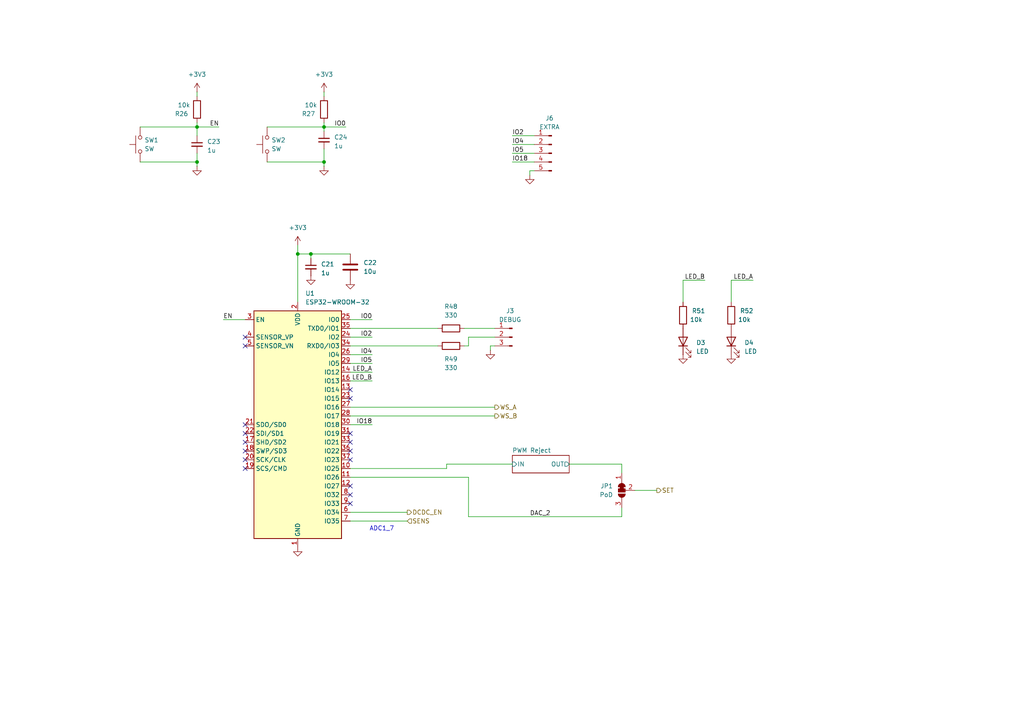
<source format=kicad_sch>
(kicad_sch (version 20231120) (generator "eeschema") (generator_version "8.0")
  (paper "A4")
  (lib_symbols
    (symbol "Connector:Conn_01x03_Pin" (pin_names (offset 1.016) hide)
      (property "Reference" "J" (at 0 5.08 0))
      (property "Value" "Conn_01x03_Pin" (at 0 -5.08 0))
      (symbol "Conn_01x03_Pin_1_1"
        (polyline (pts (xy 1.27 -2.54) (xy 0.8636 -2.54)) (stroke (width 0.1524)))
        (polyline (pts (xy 1.27 0) (xy 0.8636 0)) (stroke (width 0.1524)))
        (polyline (pts (xy 1.27 2.54) (xy 0.8636 2.54)) (stroke (width 0.1524)))
        (rectangle (start 0.8636 -2.413) (end 0 -2.667) (stroke (width 0.1524)) (fill (type outline)))
        (rectangle (start 0.8636 0.127) (end 0 -0.127) (stroke (width 0.1524)) (fill (type outline)))
        (rectangle (start 0.8636 2.667) (end 0 2.413) (stroke (width 0.1524)) (fill (type outline)))
        (pin passive line (at 5.08 2.54 180) (length 3.81) (name "Pin_1") (number "1"))
        (pin passive line (at 5.08 0 180) (length 3.81) (name "Pin_2") (number "2"))
        (pin passive line (at 5.08 -2.54 180) (length 3.81) (name "Pin_3") (number "3"))
      )
    )
    (symbol "Connector:Conn_01x05_Pin" (pin_names (offset 1.016) hide)
      (property "Reference" "J" (at 0 7.62 0))
      (property "Value" "Conn_01x05_Pin" (at 0 -7.62 0))
      (symbol "Conn_01x05_Pin_1_1"
        (polyline (pts (xy 1.27 -5.08) (xy 0.8636 -5.08)) (stroke (width 0.1524)))
        (polyline (pts (xy 1.27 -2.54) (xy 0.8636 -2.54)) (stroke (width 0.1524)))
        (polyline (pts (xy 1.27 0) (xy 0.8636 0)) (stroke (width 0.1524)))
        (polyline (pts (xy 1.27 2.54) (xy 0.8636 2.54)) (stroke (width 0.1524)))
        (polyline (pts (xy 1.27 5.08) (xy 0.8636 5.08)) (stroke (width 0.1524)))
        (rectangle (start 0.8636 -4.953) (end 0 -5.207) (stroke (width 0.1524)) (fill (type outline)))
        (rectangle (start 0.8636 -2.413) (end 0 -2.667) (stroke (width 0.1524)) (fill (type outline)))
        (rectangle (start 0.8636 0.127) (end 0 -0.127) (stroke (width 0.1524)) (fill (type outline)))
        (rectangle (start 0.8636 2.667) (end 0 2.413) (stroke (width 0.1524)) (fill (type outline)))
        (rectangle (start 0.8636 5.207) (end 0 4.953) (stroke (width 0.1524)) (fill (type outline)))
        (pin passive line (at 5.08 5.08 180) (length 3.81) (name "Pin_1") (number "1"))
        (pin passive line (at 5.08 2.54 180) (length 3.81) (name "Pin_2") (number "2"))
        (pin passive line (at 5.08 0 180) (length 3.81) (name "Pin_3") (number "3"))
        (pin passive line (at 5.08 -2.54 180) (length 3.81) (name "Pin_4") (number "4"))
        (pin passive line (at 5.08 -5.08 180) (length 3.81) (name "Pin_5") (number "5"))
      )
    )
    (symbol "Device:C" (pin_numbers hide) (pin_names (offset 0.254))
      (property "Reference" "C" (at 0.635 2.54 0))
      (property "Value" "C" (at 0.635 -2.54 0))
      (symbol "C_0_1"
        (polyline (pts (xy -2.032 -0.762) (xy 2.032 -0.762)) (stroke (width 0.508)))
        (polyline (pts (xy -2.032 0.762) (xy 2.032 0.762)) (stroke (width 0.508)))
      )
      (symbol "C_1_1"
        (pin passive line (at 0 3.81 270) (length 2.794) (name "~") (number "1"))
        (pin passive line (at 0 -3.81 90) (length 2.794) (name "~") (number "2"))
      )
    )
    (symbol "Device:LED" (pin_numbers hide) (pin_names (offset 1.016) hide)
      (property "Reference" "D" (at 0 2.54 0))
      (property "Value" "LED" (at 0 -2.54 0))
      (symbol "LED_0_1"
        (polyline (pts (xy -1.27 -1.27) (xy -1.27 1.27)) (stroke (width 0.254)))
        (polyline (pts (xy -1.27 0) (xy 1.27 0)))
        (polyline (pts (xy 1.27 -1.27) (xy 1.27 1.27) (xy -1.27 0) (xy 1.27 -1.27)) (stroke (width 0.254)))
        (polyline (pts (xy -3.048 -0.762) (xy -4.572 -2.286) (xy -3.81 -2.286) (xy -4.572 -2.286) (xy -4.572 -1.524)))
        (polyline (pts (xy -1.778 -0.762) (xy -3.302 -2.286) (xy -2.54 -2.286) (xy -3.302 -2.286) (xy -3.302 -1.524)))
      )
      (symbol "LED_1_1"
        (pin passive line (at -3.81 0 0) (length 2.54) (name "K") (number "1"))
        (pin passive line (at 3.81 0 180) (length 2.54) (name "A") (number "2"))
      )
    )
    (symbol "Jumper:SolderJumper_3_Bridged12" (pin_names (offset 0) hide) (exclude_from_sim yes) (in_bom no)
      (property "Reference" "JP" (at -2.54 -2.54 0))
      (property "Value" "SolderJumper_3_Bridged12" (at 0 2.794 0))
      (symbol "SolderJumper_3_Bridged12_0_1"
        (rectangle (start -1.016 0.508) (end -0.508 -0.508) (fill (type outline)))
        (arc (start -1.016 1.016) (mid -2.0276 0) (end -1.016 -1.016))
        (arc (start -1.016 1.016) (mid -2.0276 0) (end -1.016 -1.016) (fill (type outline)))
        (rectangle (start -0.508 1.016) (end 0.508 -1.016) (fill (type outline)))
        (polyline (pts (xy -2.54 0) (xy -2.032 0)))
        (polyline (pts (xy -1.016 1.016) (xy -1.016 -1.016)))
        (polyline (pts (xy 0 -1.27) (xy 0 -1.016)))
        (polyline (pts (xy 1.016 1.016) (xy 1.016 -1.016)))
        (polyline (pts (xy 2.54 0) (xy 2.032 0)))
        (arc (start 1.016 -1.016) (mid 2.0276 0) (end 1.016 1.016))
        (arc (start 1.016 -1.016) (mid 2.0276 0) (end 1.016 1.016) (fill (type outline)))
      )
      (symbol "SolderJumper_3_Bridged12_1_1"
        (pin passive line (at -5.08 0 0) (length 2.54) (name "A") (number "1"))
        (pin passive line (at 0 -3.81 90) (length 2.54) (name "C") (number "2"))
        (pin passive line (at 5.08 0 180) (length 2.54) (name "B") (number "3"))
      )
    )
    (symbol "RF_Module:ESP32-WROOM-32"
      (property "Reference" "U" (at -12.7 34.29 0))
      (property "Value" "ESP32-WROOM-32" (at 1.27 34.29 0))
      (symbol "ESP32-WROOM-32_0_1"
        (rectangle (start -12.7 33.02) (end 12.7 -33.02) (stroke (width 0.254)) (fill (type background)))
      )
      (symbol "ESP32-WROOM-32_1_1"
        (pin power_in line (at 0 -35.56 90) (length 2.54) (name "GND") (number "1"))
        (pin bidirectional line (at 15.24 -12.7 180) (length 2.54) (name "IO25") (number "10"))
        (pin bidirectional line (at 15.24 -15.24 180) (length 2.54) (name "IO26") (number "11"))
        (pin bidirectional line (at 15.24 -17.78 180) (length 2.54) (name "IO27") (number "12"))
        (pin bidirectional line (at 15.24 10.16 180) (length 2.54) (name "IO14") (number "13"))
        (pin bidirectional line (at 15.24 15.24 180) (length 2.54) (name "IO12") (number "14"))
        (pin passive line (at 0 -35.56 90) (length 2.54) hide (name "GND") (number "15"))
        (pin bidirectional line (at 15.24 12.7 180) (length 2.54) (name "IO13") (number "16"))
        (pin bidirectional line (at -15.24 -5.08 0) (length 2.54) (name "SHD/SD2") (number "17"))
        (pin bidirectional line (at -15.24 -7.62 0) (length 2.54) (name "SWP/SD3") (number "18"))
        (pin bidirectional line (at -15.24 -12.7 0) (length 2.54) (name "SCS/CMD") (number "19"))
        (pin power_in line (at 0 35.56 270) (length 2.54) (name "VDD") (number "2"))
        (pin bidirectional line (at -15.24 -10.16 0) (length 2.54) (name "SCK/CLK") (number "20"))
        (pin bidirectional line (at -15.24 0 0) (length 2.54) (name "SDO/SD0") (number "21"))
        (pin bidirectional line (at -15.24 -2.54 0) (length 2.54) (name "SDI/SD1") (number "22"))
        (pin bidirectional line (at 15.24 7.62 180) (length 2.54) (name "IO15") (number "23"))
        (pin bidirectional line (at 15.24 25.4 180) (length 2.54) (name "IO2") (number "24"))
        (pin bidirectional line (at 15.24 30.48 180) (length 2.54) (name "IO0") (number "25"))
        (pin bidirectional line (at 15.24 20.32 180) (length 2.54) (name "IO4") (number "26"))
        (pin bidirectional line (at 15.24 5.08 180) (length 2.54) (name "IO16") (number "27"))
        (pin bidirectional line (at 15.24 2.54 180) (length 2.54) (name "IO17") (number "28"))
        (pin bidirectional line (at 15.24 17.78 180) (length 2.54) (name "IO5") (number "29"))
        (pin input line (at -15.24 30.48 0) (length 2.54) (name "EN") (number "3"))
        (pin bidirectional line (at 15.24 0 180) (length 2.54) (name "IO18") (number "30"))
        (pin bidirectional line (at 15.24 -2.54 180) (length 2.54) (name "IO19") (number "31"))
        (pin no_connect line (at -12.7 -27.94 0) (length 2.54) hide (name "NC") (number "32"))
        (pin bidirectional line (at 15.24 -5.08 180) (length 2.54) (name "IO21") (number "33"))
        (pin bidirectional line (at 15.24 22.86 180) (length 2.54) (name "RXD0/IO3") (number "34"))
        (pin bidirectional line (at 15.24 27.94 180) (length 2.54) (name "TXD0/IO1") (number "35"))
        (pin bidirectional line (at 15.24 -7.62 180) (length 2.54) (name "IO22") (number "36"))
        (pin bidirectional line (at 15.24 -10.16 180) (length 2.54) (name "IO23") (number "37"))
        (pin passive line (at 0 -35.56 90) (length 2.54) hide (name "GND") (number "38"))
        (pin passive line (at 0 -35.56 90) (length 2.54) hide (name "GND") (number "39"))
        (pin input line (at -15.24 25.4 0) (length 2.54) (name "SENSOR_VP") (number "4"))
        (pin input line (at -15.24 22.86 0) (length 2.54) (name "SENSOR_VN") (number "5"))
        (pin input line (at 15.24 -25.4 180) (length 2.54) (name "IO34") (number "6"))
        (pin input line (at 15.24 -27.94 180) (length 2.54) (name "IO35") (number "7"))
        (pin bidirectional line (at 15.24 -20.32 180) (length 2.54) (name "IO32") (number "8"))
        (pin bidirectional line (at 15.24 -22.86 180) (length 2.54) (name "IO33") (number "9"))
      )
    )
    (symbol "Switch:SW_Push" (pin_numbers hide) (pin_names (offset 1.016) hide)
      (property "Reference" "SW" (at 1.27 2.54 0))
      (property "Value" "SW_Push" (at 0 -1.524 0))
      (symbol "SW_Push_0_1"
        (circle (center -2.032 0) (radius 0.508))
        (polyline (pts (xy 0 1.27) (xy 0 3.048)))
        (polyline (pts (xy 2.54 1.27) (xy -2.54 1.27)))
        (circle (center 2.032 0) (radius 0.508))
        (pin passive line (at -5.08 0 0) (length 2.54) (name "1") (number "1"))
        (pin passive line (at 5.08 0 180) (length 2.54) (name "2") (number "2"))
      )
    )
    (symbol "power:+3V3" (power) (pin_numbers hide) (pin_names (offset 0) hide)
      (property "Value" "+3V3" (at 0 3.556 0))
      (symbol "+3V3_0_1"
        (polyline (pts (xy -0.762 1.27) (xy 0 2.54)))
        (polyline (pts (xy 0 0) (xy 0 2.54)))
        (polyline (pts (xy 0 2.54) (xy 0.762 1.27)))
      )
      (symbol "+3V3_1_1"
        (pin power_in line (at 0 0 90) (length 0) (name "~") (number "1"))
      )
    )
    (symbol "power:GND" (power) (pin_numbers hide) (pin_names (offset 0) hide)
      (property "Value" "GND" (at 0 -3.81 0))
      (symbol "GND_0_1"
        (polyline (pts (xy 0 0) (xy 0 -1.27) (xy 1.27 -1.27) (xy 0 -2.54) (xy -1.27 -1.27) (xy 0 -1.27)))
      )
      (symbol "GND_1_1"
        (pin power_in line (at 0 0 270) (length 0) (name "~") (number "1"))
      )
    )
    (symbol "rflib:C_Small" (pin_numbers hide) (pin_names (offset 0.254) hide)
      (property "Reference" "C" (at 0.254 1.778 0))
      (property "Value" "C_Small" (at 0.254 -2.032 0))
      (symbol "C_Small_0_1"
        (polyline (pts (xy -1.524 -0.508) (xy 1.524 -0.508)) (stroke (width 0.3302)))
        (polyline (pts (xy -1.524 0.508) (xy 1.524 0.508)) (stroke (width 0.3048)))
      )
      (symbol "C_Small_1_1"
        (pin passive line (at 0 2.54 270) (length 2.032) (name "~") (number "1"))
        (pin passive line (at 0 -2.54 90) (length 2.032) (name "~") (number "2"))
      )
    )
    (symbol "rflib:R" (pin_numbers hide) (pin_names (offset 0))
      (property "Reference" "R" (at 2.032 0 90))
      (property "Value" "R" (at 0 0 90))
      (symbol "R_0_1"
        (rectangle (start -1.016 -2.54) (end 1.016 2.54) (stroke (width 0.254)))
      )
      (symbol "R_1_1"
        (pin passive line (at 0 3.81 270) (length 1.27) (name "~") (number "1"))
        (pin passive line (at 0 -3.81 90) (length 1.27) (name "~") (number "2"))
      )
    )
  )
  (junction (at 93.98 46.99))
  (junction (at 86.36 73.66))
  (junction (at 57.15 46.99))
  (junction (at 93.98 36.83))
  (junction (at 90.17 73.66))
  (junction (at 57.15 36.83))
  (no_connect (at 71.12 133.35))
  (no_connect (at 71.12 100.33))
  (no_connect (at 101.6 113.03))
  (no_connect (at 101.6 125.73))
  (no_connect (at 71.12 135.89))
  (no_connect (at 71.12 125.73))
  (no_connect (at 71.12 128.27))
  (no_connect (at 101.6 143.51))
  (no_connect (at 101.6 146.05))
  (no_connect (at 101.6 115.57))
  (no_connect (at 101.6 130.81))
  (no_connect (at 101.6 133.35))
  (no_connect (at 101.6 128.27))
  (no_connect (at 71.12 97.79))
  (no_connect (at 71.12 123.19))
  (no_connect (at 101.6 140.97))
  (no_connect (at 71.12 130.81))
  (wire (pts (xy 86.36 73.66) (xy 86.36 87.63)))
  (wire (pts (xy 77.47 36.83) (xy 93.98 36.83)))
  (wire (pts (xy 40.64 36.83) (xy 57.15 36.83)))
  (wire (pts (xy 57.15 46.99) (xy 57.15 44.45)))
  (wire (pts (xy 93.98 46.99) (xy 93.98 43.18)))
  (wire (pts (xy 212.09 81.28) (xy 218.44 81.28)))
  (wire (pts (xy 90.17 74.93) (xy 90.17 73.66)))
  (wire (pts (xy 101.6 107.95) (xy 107.95 107.95)))
  (wire (pts (xy 93.98 26.67) (xy 93.98 27.94)))
  (wire (pts (xy 165.1 134.62) (xy 180.34 134.62)))
  (wire (pts (xy 57.15 35.56) (xy 57.15 36.83)))
  (wire (pts (xy 184.15 142.24) (xy 190.5 142.24)))
  (wire (pts (xy 101.6 151.13) (xy 118.11 151.13)))
  (wire (pts (xy 154.94 41.91) (xy 148.59 41.91)))
  (wire (pts (xy 134.62 95.25) (xy 143.51 95.25)))
  (wire (pts (xy 101.6 148.59) (xy 118.11 148.59)))
  (wire (pts (xy 153.67 50.8) (xy 153.67 49.53)))
  (wire (pts (xy 101.6 118.11) (xy 143.51 118.11)))
  (wire (pts (xy 180.34 134.62) (xy 180.34 137.16)))
  (wire (pts (xy 135.89 138.43) (xy 135.89 149.86)))
  (wire (pts (xy 154.94 39.37) (xy 148.59 39.37)))
  (wire (pts (xy 101.6 95.25) (xy 127 95.25)))
  (wire (pts (xy 93.98 48.26) (xy 93.98 46.99)))
  (wire (pts (xy 101.6 97.79) (xy 107.95 97.79)))
  (wire (pts (xy 129.54 134.62) (xy 129.54 135.89)))
  (wire (pts (xy 101.6 100.33) (xy 127 100.33)))
  (wire (pts (xy 135.89 97.79) (xy 143.51 97.79)))
  (wire (pts (xy 86.36 73.66) (xy 90.17 73.66)))
  (wire (pts (xy 93.98 35.56) (xy 93.98 36.83)))
  (wire (pts (xy 57.15 48.26) (xy 57.15 46.99)))
  (wire (pts (xy 142.24 100.33) (xy 143.51 100.33)))
  (wire (pts (xy 101.6 120.65) (xy 143.51 120.65)))
  (wire (pts (xy 142.24 101.6) (xy 142.24 100.33)))
  (wire (pts (xy 101.6 110.49) (xy 107.95 110.49)))
  (wire (pts (xy 57.15 26.67) (xy 57.15 27.94)))
  (wire (pts (xy 57.15 36.83) (xy 63.5 36.83)))
  (wire (pts (xy 129.54 134.62) (xy 148.59 134.62)))
  (wire (pts (xy 77.47 46.99) (xy 93.98 46.99)))
  (wire (pts (xy 154.94 44.45) (xy 148.59 44.45)))
  (wire (pts (xy 90.17 73.66) (xy 101.6 73.66)))
  (wire (pts (xy 154.94 46.99) (xy 148.59 46.99)))
  (wire (pts (xy 71.12 92.71) (xy 64.77 92.71)))
  (wire (pts (xy 135.89 149.86) (xy 180.34 149.86)))
  (wire (pts (xy 101.6 138.43) (xy 135.89 138.43)))
  (wire (pts (xy 129.54 135.89) (xy 101.6 135.89)))
  (wire (pts (xy 101.6 92.71) (xy 107.95 92.71)))
  (wire (pts (xy 212.09 81.28) (xy 212.09 87.63)))
  (wire (pts (xy 101.6 105.41) (xy 107.95 105.41)))
  (wire (pts (xy 198.12 81.28) (xy 204.47 81.28)))
  (wire (pts (xy 101.6 123.19) (xy 107.95 123.19)))
  (wire (pts (xy 57.15 36.83) (xy 57.15 39.37)))
  (wire (pts (xy 153.67 49.53) (xy 154.94 49.53)))
  (wire (pts (xy 198.12 81.28) (xy 198.12 87.63)))
  (wire (pts (xy 93.98 36.83) (xy 100.33 36.83)))
  (wire (pts (xy 101.6 102.87) (xy 107.95 102.87)))
  (wire (pts (xy 180.34 147.32) (xy 180.34 149.86)))
  (wire (pts (xy 40.64 46.99) (xy 57.15 46.99)))
  (wire (pts (xy 135.89 100.33) (xy 135.89 97.79)))
  (wire (pts (xy 86.36 71.12) (xy 86.36 73.66)))
  (wire (pts (xy 134.62 100.33) (xy 135.89 100.33)))
  (wire (pts (xy 93.98 36.83) (xy 93.98 38.1)))
  (text "ADC1_7" (at 110.744 153.416 0) (effects (font (size 1.27 1.27))))
  (label "LED_B" (at 204.47 81.28 180))
  (label "EN" (at 64.77 92.71 0))
  (label "LED_A" (at 218.44 81.28 180))
  (label "IO0" (at 107.95 92.71 180))
  (label "IO2" (at 148.59 39.37 0))
  (label "IO4" (at 107.95 102.87 180))
  (label "IO18" (at 148.59 46.99 0))
  (label "IO18" (at 107.95 123.19 180))
  (label "LED_A" (at 107.95 107.95 180))
  (label "IO5" (at 148.59 44.45 0))
  (label "LED_B" (at 107.95 110.49 180))
  (label "IO5" (at 107.95 105.41 180))
  (label "IO4" (at 148.59 41.91 0))
  (label "IO2" (at 107.95 97.79 180))
  (label "IO0" (at 100.33 36.83 180))
  (label "DAC_2" (at 153.67 149.86 0))
  (label "EN" (at 63.5 36.83 180))
  (hierarchical_label "WS_A" (shape output) (at 143.51 118.11 0))
  (hierarchical_label "WS_B" (shape output) (at 143.51 120.65 0))
  (hierarchical_label "SET" (shape output) (at 190.5 142.24 0))
  (hierarchical_label "SENS" (shape input) (at 118.11 151.13 0))
  (hierarchical_label "DCDC_EN" (shape output) (at 118.11 148.59 0))
  (symbol (lib_id "RF_Module:ESP32-WROOM-32") (at 86.36 123.19 0) (unit 1)
    (property "Reference" "U1" (at 88.5541 85.09 0) (effects (justify left)))
    (property "Value" "ESP32-WROOM-32" (at 88.5541 87.63 0) (effects (justify left)))
    (property "Footprint" "RF_Module:ESP32-WROOM-32" (effects (hide yes)))
    (property "Datasheet" "https://www.espressif.com/sites/default/files/documentation/esp32-wroom-32_datasheet_en.pdf" (effects (hide yes)))
    (property "Description" "RF Module, ESP32-D0WDQ6 SoC, Wi-Fi 802.11b/g/n, Bluetooth, BLE, 32-bit, 2.7-3.6V, onboard antenna, SMD" (effects (hide yes)))
  )
  (symbol (lib_id "power:+3V3") (at 93.98 26.67 0) (unit 1)
    (property "Reference" "#PWR054" (effects (hide yes)))
    (property "Value" "+3V3" (at 93.98 21.59 0))
    (property "Description" "Power symbol creates a global label with name \"+3V3\"" (effects (hide yes)))
  )
  (symbol (lib_id "rflib:R") (at 57.15 31.75 180) (unit 1)
    (property "Reference" "R26" (at 54.61 33.02 0) (effects (justify left)))
    (property "Value" "10k" (at 53.34 30.48 0))
    (property "Footprint" "Resistor_SMD:R_0603_1608Metric" (effects (hide yes)))
    (property "Description" "Resistor" (effects (hide yes)))
    (property "LCSC" "C25804" (effects (hide yes)))
  )
  (symbol (lib_id "rflib:R") (at 212.09 91.44 0) (unit 1)
    (property "Reference" "R52" (at 214.63 90.17 0) (effects (justify left)))
    (property "Value" "10k" (at 215.9 92.71 0))
    (property "Footprint" "Resistor_SMD:R_0603_1608Metric" (effects (hide yes)))
    (property "Description" "Resistor" (effects (hide yes)))
    (property "LCSC" "C25804" (effects (hide yes)))
  )
  (symbol (lib_id "Switch:SW_Push") (at 40.64 41.91 90) (unit 1)
    (property "Reference" "SW1" (at 41.91 40.6399 90) (effects (justify right)))
    (property "Value" "SW" (at 41.91 43.1799 90) (effects (justify right)))
    (property "Footprint" "Button_Switch_THT:SW_PUSH_6mm_H4.3mm" (effects (hide yes)))
    (property "Description" "Push button switch, generic, two pins" (effects (hide yes)))
  )
  (symbol (lib_id "Connector:Conn_01x03_Pin") (at 148.59 97.79 0) (mirror y) (unit 1)
    (property "Reference" "J3" (at 147.955 90.17 0))
    (property "Value" "DEBUG" (at 147.955 92.71 0))
    (property "Footprint" "Connector_PinHeader_2.54mm:PinHeader_1x03_P2.54mm_Vertical" (effects (hide yes)))
    (property "Description" "Generic connector, single row, 01x03, script generated" (effects (hide yes)))
  )
  (symbol (lib_id "power:GND") (at 153.67 50.8 0) (unit 1)
    (property "Reference" "#PWR078" (effects (hide yes)))
    (property "Value" "GND" (effects (hide yes)))
    (property "Description" "Power symbol creates a global label with name \"GND\" , ground" (effects (hide yes)))
  )
  (symbol (lib_id "Device:C") (at 101.6 77.47 0) (unit 1)
    (property "Reference" "C22" (at 105.41 76.1999 0) (effects (justify left)))
    (property "Value" "10u" (at 105.41 78.7399 0) (effects (justify left)))
    (property "Footprint" "Capacitor_SMD:C_1206_3216Metric" (effects (hide yes)))
    (property "Description" "Unpolarized capacitor" (effects (hide yes)))
    (property "LCSC" "C13585" (effects (hide yes)))
  )
  (symbol (lib_id "rflib:R") (at 130.81 100.33 90) (unit 1)
    (property "Reference" "R49" (at 130.81 104.14 90))
    (property "Value" "330" (at 130.81 106.68 90))
    (property "Footprint" "Resistor_SMD:R_0603_1608Metric" (effects (hide yes)))
    (property "Description" "Resistor" (effects (hide yes)))
    (property "LCSC" "C23138" (effects (hide yes)))
  )
  (symbol (lib_id "Switch:SW_Push") (at 77.47 41.91 90) (unit 1)
    (property "Reference" "SW2" (at 78.74 40.6399 90) (effects (justify right)))
    (property "Value" "SW" (at 78.74 43.1799 90) (effects (justify right)))
    (property "Footprint" "Button_Switch_THT:SW_PUSH_6mm_H4.3mm" (effects (hide yes)))
    (property "Description" "Push button switch, generic, two pins" (effects (hide yes)))
  )
  (symbol (lib_id "power:GND") (at 93.98 48.26 0) (unit 1)
    (property "Reference" "#PWR055" (effects (hide yes)))
    (property "Value" "GND" (effects (hide yes)))
    (property "Description" "Power symbol creates a global label with name \"GND\" , ground" (effects (hide yes)))
  )
  (symbol (lib_id "rflib:R") (at 130.81 95.25 90) (unit 1)
    (property "Reference" "R48" (at 130.81 88.9 90))
    (property "Value" "330" (at 130.81 91.44 90))
    (property "Footprint" "Resistor_SMD:R_0603_1608Metric" (effects (hide yes)))
    (property "Description" "Resistor" (effects (hide yes)))
    (property "LCSC" "C23138" (effects (hide yes)))
  )
  (symbol (lib_id "power:+3V3") (at 86.36 71.12 0) (unit 1)
    (property "Reference" "#PWR048" (effects (hide yes)))
    (property "Value" "+3V3" (at 86.36 66.04 0))
    (property "Description" "Power symbol creates a global label with name \"+3V3\"" (effects (hide yes)))
  )
  (symbol (lib_id "power:GND") (at 142.24 101.6 0) (unit 1)
    (property "Reference" "#PWR056" (effects (hide yes)))
    (property "Value" "GND" (effects (hide yes)))
    (property "Description" "Power symbol creates a global label with name \"GND\" , ground" (effects (hide yes)))
  )
  (symbol (lib_id "rflib:C_Small") (at 57.15 41.91 0) (unit 1)
    (property "Reference" "C23" (at 60.071 41.0753 0) (effects (justify left)))
    (property "Value" "1u" (at 60.071 43.6122 0) (effects (justify left)))
    (property "Footprint" "Capacitor_SMD:C_0603_1608Metric" (effects (hide yes)))
    (property "Description" "Unpolarized capacitor, small symbol" (effects (hide yes)))
    (property "LCSC" "C15849" (effects (hide yes)))
  )
  (symbol (lib_id "Jumper:SolderJumper_3_Bridged12") (at 180.34 142.24 90) (mirror x) (unit 1) (exclude_from_sim yes) (in_bom no)
    (property "Reference" "JP1" (at 177.8 140.9699 90) (effects (justify left)))
    (property "Value" "PoD" (at 177.8 143.5099 90) (effects (justify left)))
    (property "Footprint" "Jumper:SolderJumper-3_P1.3mm_Bridged12_RoundedPad1.0x1.5mm" (effects (hide yes)))
    (property "Description" "3-pole Solder Jumper, pins 1+2 closed/bridged" (effects (hide yes)))
  )
  (symbol (lib_id "rflib:R") (at 198.12 91.44 0) (unit 1)
    (property "Reference" "R51" (at 200.66 90.17 0) (effects (justify left)))
    (property "Value" "10k" (at 201.93 92.71 0))
    (property "Footprint" "Resistor_SMD:R_0603_1608Metric" (effects (hide yes)))
    (property "Description" "Resistor" (effects (hide yes)))
    (property "LCSC" "C25804" (effects (hide yes)))
  )
  (symbol (lib_id "rflib:C_Small") (at 93.98 40.64 0) (unit 1)
    (property "Reference" "C24" (at 96.901 39.8053 0) (effects (justify left)))
    (property "Value" "1u" (at 96.901 42.3422 0) (effects (justify left)))
    (property "Footprint" "Capacitor_SMD:C_0603_1608Metric" (effects (hide yes)))
    (property "Description" "Unpolarized capacitor, small symbol" (effects (hide yes)))
    (property "LCSC" "C15849" (effects (hide yes)))
  )
  (symbol (lib_id "power:GND") (at 101.6 81.28 0) (unit 1)
    (property "Reference" "#PWR050" (effects (hide yes)))
    (property "Value" "GND" (effects (hide yes)))
    (property "Description" "Power symbol creates a global label with name \"GND\" , ground" (effects (hide yes)))
  )
  (symbol (lib_id "power:GND") (at 57.15 48.26 0) (unit 1)
    (property "Reference" "#PWR052" (effects (hide yes)))
    (property "Value" "GND" (effects (hide yes)))
    (property "Description" "Power symbol creates a global label with name \"GND\" , ground" (effects (hide yes)))
  )
  (symbol (lib_id "power:GND") (at 198.12 102.87 0) (unit 1)
    (property "Reference" "#PWR042" (effects (hide yes)))
    (property "Value" "GND" (effects (hide yes)))
    (property "Description" "Power symbol creates a global label with name \"GND\" , ground" (effects (hide yes)))
  )
  (symbol (lib_id "power:+3V3") (at 57.15 26.67 0) (unit 1)
    (property "Reference" "#PWR053" (effects (hide yes)))
    (property "Value" "+3V3" (at 57.15 21.59 0))
    (property "Description" "Power symbol creates a global label with name \"+3V3\"" (effects (hide yes)))
  )
  (symbol (lib_id "power:GND") (at 212.09 102.87 0) (unit 1)
    (property "Reference" "#PWR043" (effects (hide yes)))
    (property "Value" "GND" (effects (hide yes)))
    (property "Description" "Power symbol creates a global label with name \"GND\" , ground" (effects (hide yes)))
  )
  (symbol (lib_id "power:GND") (at 86.36 158.75 0) (unit 1)
    (property "Reference" "#PWR051" (effects (hide yes)))
    (property "Value" "GND" (effects (hide yes)))
    (property "Description" "Power symbol creates a global label with name \"GND\" , ground" (effects (hide yes)))
  )
  (symbol (lib_id "rflib:C_Small") (at 90.17 77.47 0) (unit 1)
    (property "Reference" "C21" (at 93.091 76.6353 0) (effects (justify left)))
    (property "Value" "1u" (at 93.091 79.1722 0) (effects (justify left)))
    (property "Footprint" "Capacitor_SMD:C_0603_1608Metric" (effects (hide yes)))
    (property "Description" "Unpolarized capacitor, small symbol" (effects (hide yes)))
    (property "LCSC" "C15849" (effects (hide yes)))
  )
  (symbol (lib_id "Connector:Conn_01x05_Pin") (at 160.02 44.45 0) (mirror y) (unit 1)
    (property "Reference" "J6" (at 159.385 34.29 0))
    (property "Value" "EXTRA" (at 159.385 36.83 0))
    (property "Footprint" "Connector_PinHeader_2.54mm:PinHeader_1x05_P2.54mm_Vertical" (effects (hide yes)))
    (property "Description" "Generic connector, single row, 01x05, script generated" (effects (hide yes)))
  )
  (symbol (lib_id "Device:LED") (at 198.12 99.06 90) (unit 1)
    (property "Reference" "D3" (at 201.93 99.3774 90) (effects (justify right)))
    (property "Value" "LED" (at 201.93 101.9174 90) (effects (justify right)))
    (property "Footprint" "LED_SMD:LED_0603_1608Metric" (effects (hide yes)))
    (property "Description" "Light emitting diode" (effects (hide yes)))
    (property "LCSC" "C2290" (effects (hide yes)))
  )
  (symbol (lib_id "rflib:R") (at 93.98 31.75 180) (unit 1)
    (property "Reference" "R27" (at 91.44 33.02 0) (effects (justify left)))
    (property "Value" "10k" (at 90.17 30.48 0))
    (property "Footprint" "Resistor_SMD:R_0603_1608Metric" (effects (hide yes)))
    (property "Description" "Resistor" (effects (hide yes)))
    (property "LCSC" "C25804" (effects (hide yes)))
  )
  (symbol (lib_id "Device:LED") (at 212.09 99.06 90) (unit 1)
    (property "Reference" "D4" (at 215.9 99.3774 90) (effects (justify right)))
    (property "Value" "LED" (at 215.9 101.9174 90) (effects (justify right)))
    (property "Footprint" "LED_SMD:LED_0603_1608Metric" (effects (hide yes)))
    (property "Description" "Light emitting diode" (effects (hide yes)))
    (property "LCSC" "C2290" (effects (hide yes)))
  )
  (symbol (lib_id "power:GND") (at 90.17 80.01 0) (unit 1)
    (property "Reference" "#PWR049" (effects (hide yes)))
    (property "Value" "GND" (effects (hide yes)))
    (property "Description" "Power symbol creates a global label with name \"GND\" , ground" (effects (hide yes)))
  )
  (sheet (at 148.59 132.08) (size 16.51 5.08) (stroke (width 0.1524))
    (property "Sheetname" "PWM Reject" (at 148.59 131.3684 0) (effects (justify left bottom)))
    (property "Sheetfile" "pwm_reject.kicad_sch" (effects (hide yes)))
    (pin "IN" input (at 148.59 134.62 180))
    (pin "OUT" output (at 165.1 134.62 0))
  )
)
</source>
